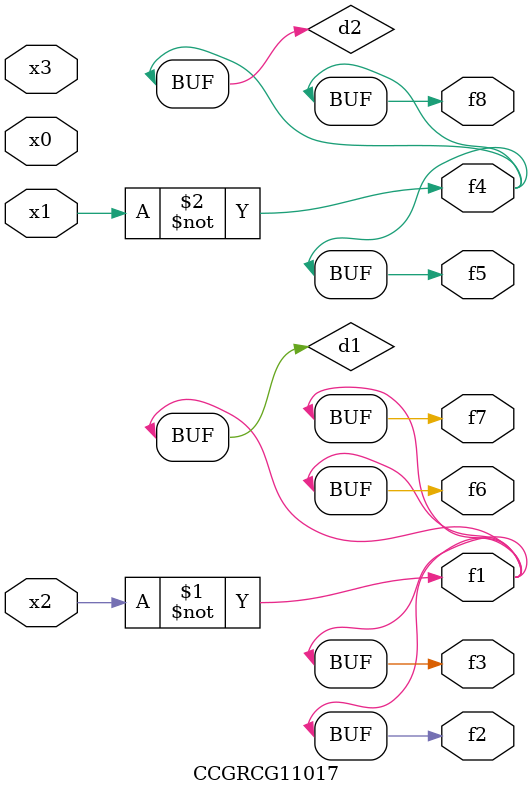
<source format=v>
module CCGRCG11017(
	input x0, x1, x2, x3,
	output f1, f2, f3, f4, f5, f6, f7, f8
);

	wire d1, d2;

	xnor (d1, x2);
	not (d2, x1);
	assign f1 = d1;
	assign f2 = d1;
	assign f3 = d1;
	assign f4 = d2;
	assign f5 = d2;
	assign f6 = d1;
	assign f7 = d1;
	assign f8 = d2;
endmodule

</source>
